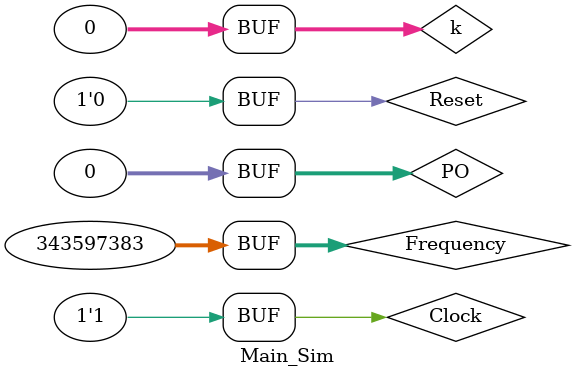
<source format=v>
`timescale 1ns / 1ps


module Main_Sim(

    );
    reg Clock;
    reg Reset;
    reg[31:0] Frequency;
    reg[31:0] PO;
    wire[27:0] I_out;
    wire[27:0] Q_out;
    wire[31:0] Phase;

    // Testing_Architecture DUT(
    //     .Clock(Clock),
    //     .Reset(Reset),
    //     .Taps(Taps),
    //     .Max_Correlation(Max_Correlation)
    //   );

    HighResNCO #(.Freq_Size(32), .LUT_Size(8), .DAC_Size(14)) 
    DUT(.Frequency(Frequency), .Phase_Offset(PO), .Clock(Clock), .Reset(Reset), .I_out(Dout), .Q_out(Qout), .Phase_out(Phase));

    // Testing_Architecture DUT(.Clock(Clock), .Reset(Reset), .Taps(Taps), .PSKREF(PSKREF), .PSKMOD(PSKMOD), .Mode(Mode), .Full(Full), .tdata(tdata), .tvalid(tvalid), .tready(tready));
      integer k = 0;
      initial 
      begin
        // Reset = 0;
        // Taps = 8'b10111000;
        // Mode = 0;
        // tready = 1;
        // #1;
        // Reset = 1;
        // #10;
        // Reset = 0;
        // #1;
        // k = 0;
        // for(k = 0; k < 4096; k = k + 1)
        // begin
        // #1;
        // #1;
        // end
        // Mode = 1;
        Reset = 1;
        Frequency = 343597383;
        PO = 0;
        #5;
        Reset = 0;
      end

    always 
    begin
        Clock = 0;
        #1; // high for 20 * timescale = 1 ns

        Clock = 1;
        #1; // low for 20 * timescale = 1 ns

    end


endmodule

</source>
